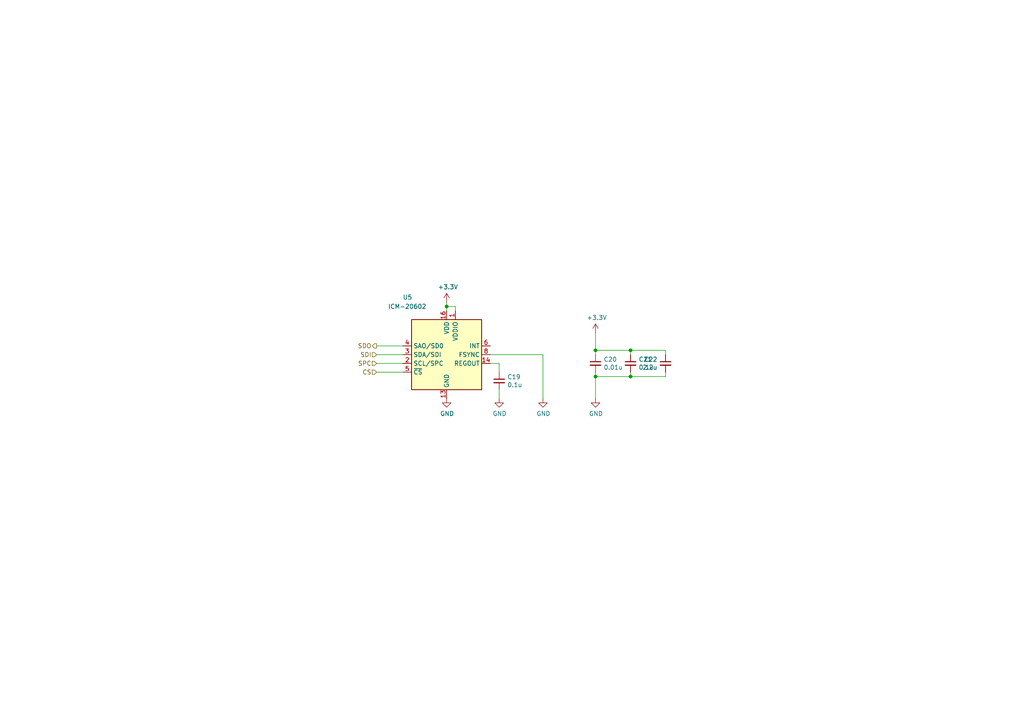
<source format=kicad_sch>
(kicad_sch (version 20231120) (generator "eeschema") (generator_version "8.0")
  (paper "A4")
  (lib_symbols
    (symbol "Device:C_Small" (pin_numbers hide) (pin_names (offset 0.254) hide)
      (property "Reference" "C" (at 0.254 1.778 0))
      (property "Value" "C_Small" (at 0.254 -2.032 0))
      (symbol "C_Small_0_1"
        (polyline (pts (xy -1.524 -0.508) (xy 1.524 -0.508)) (stroke (width 0.3302)))
        (polyline (pts (xy -1.524 0.508) (xy 1.524 0.508)) (stroke (width 0.3048)))
      )
      (symbol "C_Small_1_1"
        (pin passive line (at 0 2.54 270) (length 2.032) (name "~") (number "1"))
        (pin passive line (at 0 -2.54 90) (length 2.032) (name "~") (number "2"))
      )
    )
    (symbol "Sensor_Motion:ICM-20602"
      (property "Reference" "U" (at -10.16 11.43 0))
      (property "Value" "ICM-20602" (at 10.16 11.43 0))
      (symbol "ICM-20602_0_1"
        (rectangle (start -10.16 10.16) (end 10.16 -10.16) (stroke (width 0.254)) (fill (type background)))
      )
      (symbol "ICM-20602_1_1"
        (pin power_in line (at 2.54 12.7 270) (length 2.54) (name "VDDIO") (number "1"))
        (pin passive line (at 0 -12.7 90) (length 2.54) hide (name "GND") (number "10"))
        (pin passive line (at 0 -12.7 90) (length 2.54) hide (name "GND") (number "11"))
        (pin passive line (at 0 -12.7 90) (length 2.54) hide (name "GND") (number "12"))
        (pin power_in line (at 0 -12.7 90) (length 2.54) (name "GND") (number "13"))
        (pin passive line (at 12.7 -2.54 180) (length 2.54) (name "REGOUT") (number "14"))
        (pin passive line (at 0 -12.7 90) (length 2.54) hide (name "GND") (number "15"))
        (pin power_in line (at 0 12.7 270) (length 2.54) (name "VDD") (number "16"))
        (pin input line (at -12.7 -2.54 0) (length 2.54) (name "SCL/SPC") (number "2"))
        (pin bidirectional line (at -12.7 0 0) (length 2.54) (name "SDA/SDI") (number "3"))
        (pin bidirectional line (at -12.7 2.54 0) (length 2.54) (name "SAO/SD0") (number "4"))
        (pin input line (at -12.7 -5.08 0) (length 2.54) (name "~{CS}") (number "5"))
        (pin output line (at 12.7 2.54 180) (length 2.54) (name "INT") (number "6"))
        (pin no_connect line (at -10.16 5.08 0) (length 2.54) hide (name "RESV") (number "7"))
        (pin input line (at 12.7 0 180) (length 2.54) (name "FSYNC") (number "8"))
        (pin passive line (at 0 -12.7 90) (length 2.54) hide (name "GND") (number "9"))
      )
    )
    (symbol "power:+3.3V" (power) (pin_names (offset 0))
      (property "Value" "+3.3V" (at 0 3.556 0))
      (symbol "+3.3V_0_1"
        (polyline (pts (xy -0.762 1.27) (xy 0 2.54)))
        (polyline (pts (xy 0 0) (xy 0 2.54)))
        (polyline (pts (xy 0 2.54) (xy 0.762 1.27)))
      )
      (symbol "+3.3V_1_1"
        (pin power_in line (at 0 0 90) (length 0) hide (name "+3.3V") (number "1"))
      )
    )
    (symbol "power:GND" (power) (pin_names (offset 0))
      (property "Value" "GND" (at 0 -3.81 0))
      (symbol "GND_0_1"
        (polyline (pts (xy 0 0) (xy 0 -1.27) (xy 1.27 -1.27) (xy 0 -2.54) (xy -1.27 -1.27) (xy 0 -1.27)))
      )
      (symbol "GND_1_1"
        (pin power_in line (at 0 0 270) (length 0) hide (name "GND") (number "1"))
      )
    )
  )
  (junction (at 182.88 109.22))
  (junction (at 172.72 109.22))
  (junction (at 129.54 88.9))
  (junction (at 172.72 101.6))
  (junction (at 182.88 101.6))
  (wire (pts (xy 109.22 102.87) (xy 116.84 102.87)))
  (wire (pts (xy 157.48 102.87) (xy 157.48 115.57)))
  (wire (pts (xy 172.72 101.6) (xy 182.88 101.6)))
  (wire (pts (xy 193.04 107.95) (xy 193.04 109.22)))
  (wire (pts (xy 182.88 101.6) (xy 182.88 102.87)))
  (wire (pts (xy 193.04 101.6) (xy 193.04 102.87)))
  (wire (pts (xy 109.22 105.41) (xy 116.84 105.41)))
  (wire (pts (xy 172.72 107.95) (xy 172.72 109.22)))
  (wire (pts (xy 172.72 109.22) (xy 182.88 109.22)))
  (wire (pts (xy 172.72 101.6) (xy 172.72 102.87)))
  (wire (pts (xy 109.22 100.33) (xy 116.84 100.33)))
  (wire (pts (xy 132.08 88.9) (xy 129.54 88.9)))
  (wire (pts (xy 144.78 113.03) (xy 144.78 115.57)))
  (wire (pts (xy 132.08 90.17) (xy 132.08 88.9)))
  (wire (pts (xy 109.22 107.95) (xy 116.84 107.95)))
  (wire (pts (xy 182.88 107.95) (xy 182.88 109.22)))
  (wire (pts (xy 172.72 115.57) (xy 172.72 109.22)))
  (wire (pts (xy 129.54 90.17) (xy 129.54 88.9)))
  (wire (pts (xy 182.88 101.6) (xy 193.04 101.6)))
  (wire (pts (xy 144.78 107.95) (xy 144.78 105.41)))
  (wire (pts (xy 129.54 88.9) (xy 129.54 87.63)))
  (wire (pts (xy 144.78 105.41) (xy 142.24 105.41)))
  (wire (pts (xy 142.24 102.87) (xy 157.48 102.87)))
  (wire (pts (xy 193.04 109.22) (xy 182.88 109.22)))
  (wire (pts (xy 172.72 96.52) (xy 172.72 101.6)))
  (hierarchical_label "SPC" (shape input) (at 109.22 105.41 180))
  (hierarchical_label "SDO" (shape output) (at 109.22 100.33 180))
  (hierarchical_label "SDI" (shape input) (at 109.22 102.87 180))
  (hierarchical_label "CS" (shape input) (at 109.22 107.95 180))
  (symbol (lib_id "power:GND") (at 157.48 115.57 0) (unit 1)
    (property "Reference" "#PWR069" (effects (hide yes)))
    (property "Value" "GND" (at 157.607 119.9642 0))
  )
  (symbol (lib_id "Device:C_Small") (at 182.88 105.41 0) (unit 1)
    (property "Reference" "C21" (at 185.2168 104.2416 0) (effects (justify left)))
    (property "Value" "0.1u" (at 185.2168 106.553 0) (effects (justify left)))
    (property "Footprint" "Capacitor_SMD:C_0201_0603Metric" (effects (hide yes)))
  )
  (symbol (lib_id "power:GND") (at 144.78 115.57 0) (unit 1)
    (property "Reference" "#PWR068" (effects (hide yes)))
    (property "Value" "GND" (at 144.907 119.9642 0))
  )
  (symbol (lib_id "power:GND") (at 172.72 115.57 0) (unit 1)
    (property "Reference" "#PWR071" (effects (hide yes)))
    (property "Value" "GND" (at 172.847 119.9642 0))
  )
  (symbol (lib_id "Device:C_Small") (at 193.04 105.41 0) (mirror y) (unit 1)
    (property "Reference" "C22" (at 190.7032 104.2416 0) (effects (justify left)))
    (property "Value" "2.2u" (at 190.7032 106.553 0) (effects (justify left)))
    (property "Footprint" "Capacitor_SMD:C_0402_1005Metric" (effects (hide yes)))
  )
  (symbol (lib_id "Sensor_Motion:ICM-20602") (at 129.54 102.87 0) (unit 1)
    (property "Reference" "U5" (at 116.8146 86.9442 0) (effects (justify left bottom)))
    (property "Value" "ICM-20602" (at 118.11 88.9 0))
    (property "Footprint" "Package_LGA:LGA-16_3x3mm_P0.5mm_LayoutBorder3x5y" (effects (hide yes)))
    (property "Datasheet" "http://www.invensense.com/wp-content/uploads/2016/10/DS-000176-ICM-20602-v1.0.pdf" (effects (hide yes)))
    (property "フィールド4" "TDK InvenSense" (effects (hide yes)))
    (property "フィールド5" "World's Best 6-Axis Integrated s" (effects (hide yes)))
    (property "フィールド6" "https://www.digikey.jp/product-detail/en/tdk-invensense/ICM-20602/1428-1060-1-ND/5872875?utm_source=snapeda&utm_medium=aggregator&utm_campaign=symbol" (effects (hide yes)))
    (property "フィールド7" "PQFN-16 TDK-InvenSense" (effects (hide yes)))
    (property "フィールド8" "ICM-20602" (effects (hide yes)))
    (property "MF" "TDK InvenSense" (effects (hide yes)))
    (property "PURCHASE-URL" "https://pricing.snapeda.com/search/part/IAM-20680/?ref=eda" (effects (hide yes)))
    (property "PRICE" "None" (effects (hide yes)))
    (property "PACKAGE" "PQFN-16 TDK-InvenSense" (effects (hide yes)))
    (property "AVAILABILITY" "Good" (effects (hide yes)))
    (property "MP" "IAM-20680" (effects (hide yes)))
    (property "DESCRIPTION" "Accelerometer, Gyroscope, 6 Axis Sensor I²C, SPI Output" (effects (hide yes)))
  )
  (symbol (lib_id "power:+3.3V") (at 172.72 96.52 0) (unit 1)
    (property "Reference" "#PWR070" (effects (hide yes)))
    (property "Value" "+3.3V" (at 173.101 92.1258 0))
  )
  (symbol (lib_id "power:+3.3V") (at 129.54 87.63 0) (unit 1)
    (property "Reference" "#PWR066" (effects (hide yes)))
    (property "Value" "+3.3V" (at 129.921 83.2358 0))
  )
  (symbol (lib_id "Device:C_Small") (at 144.78 110.49 0) (unit 1)
    (property "Reference" "C19" (at 147.1168 109.3216 0) (effects (justify left)))
    (property "Value" "0.1u" (at 147.1168 111.633 0) (effects (justify left)))
    (property "Footprint" "Capacitor_SMD:C_0201_0603Metric" (effects (hide yes)))
  )
  (symbol (lib_id "power:GND") (at 129.54 115.57 0) (unit 1)
    (property "Reference" "#PWR067" (effects (hide yes)))
    (property "Value" "GND" (at 129.667 119.9642 0))
  )
  (symbol (lib_id "Device:C_Small") (at 172.72 105.41 0) (unit 1)
    (property "Reference" "C20" (at 175.0568 104.2416 0) (effects (justify left)))
    (property "Value" "0.01u" (at 175.0568 106.553 0) (effects (justify left)))
    (property "Footprint" "Capacitor_SMD:C_0201_0603Metric" (effects (hide yes)))
  )
)
</source>
